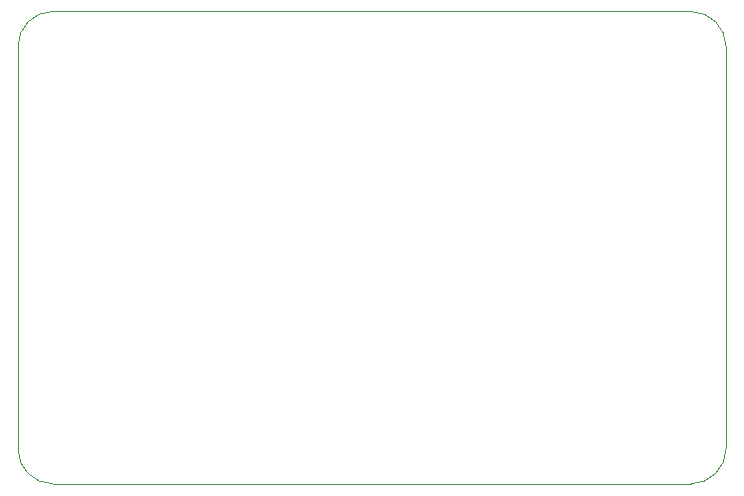
<source format=gbr>
%TF.GenerationSoftware,KiCad,Pcbnew,8.0.5*%
%TF.CreationDate,2024-10-07T22:06:05+02:00*%
%TF.ProjectId,kerstboom,6b657273-7462-46f6-9f6d-2e6b69636164,rev?*%
%TF.SameCoordinates,Original*%
%TF.FileFunction,Profile,NP*%
%FSLAX46Y46*%
G04 Gerber Fmt 4.6, Leading zero omitted, Abs format (unit mm)*
G04 Created by KiCad (PCBNEW 8.0.5) date 2024-10-07 22:06:05*
%MOMM*%
%LPD*%
G01*
G04 APERTURE LIST*
%TA.AperFunction,Profile*%
%ADD10C,0.050000*%
%TD*%
G04 APERTURE END LIST*
D10*
X99800000Y-71950000D02*
G75*
G02*
X102750000Y-69000000I2950000J0D01*
G01*
X156750000Y-109000000D02*
X102750000Y-109000000D01*
X156750000Y-69000000D02*
G75*
G02*
X159750000Y-72000000I0J-3000000D01*
G01*
X159750000Y-106000000D02*
G75*
G02*
X156750000Y-109000000I-3000000J0D01*
G01*
X102750000Y-69000000D02*
X156750000Y-69000000D01*
X102750000Y-109000000D02*
G75*
G02*
X99800000Y-106050000I0J2950000D01*
G01*
X159750000Y-72000000D02*
X159750000Y-106000000D01*
X99800000Y-106050000D02*
X99800000Y-71950000D01*
M02*

</source>
